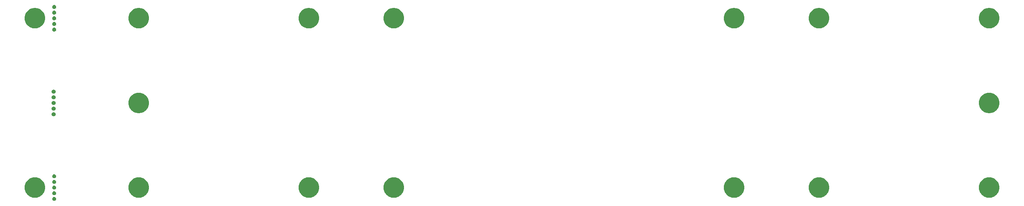
<source format=gbr>
G04 #@! TF.GenerationSoftware,KiCad,Pcbnew,(5.1.4-0)*
G04 #@! TF.CreationDate,2021-05-08T11:23:34-05:00*
G04 #@! TF.ProjectId,ori_top_plate,6f72695f-746f-4705-9f70-6c6174652e6b,rev?*
G04 #@! TF.SameCoordinates,Original*
G04 #@! TF.FileFunction,Soldermask,Top*
G04 #@! TF.FilePolarity,Negative*
%FSLAX46Y46*%
G04 Gerber Fmt 4.6, Leading zero omitted, Abs format (unit mm)*
G04 Created by KiCad (PCBNEW (5.1.4-0)) date 2021-05-08 11:23:34*
%MOMM*%
%LPD*%
G04 APERTURE LIST*
%ADD10C,0.100000*%
G04 APERTURE END LIST*
D10*
G36*
X131355714Y-101292389D02*
G01*
X131436645Y-101325912D01*
X131509480Y-101374579D01*
X131571421Y-101436520D01*
X131620088Y-101509355D01*
X131653611Y-101590286D01*
X131670700Y-101676201D01*
X131670700Y-101763799D01*
X131653611Y-101849714D01*
X131620088Y-101930645D01*
X131571421Y-102003480D01*
X131509480Y-102065421D01*
X131436645Y-102114088D01*
X131436644Y-102114089D01*
X131436643Y-102114089D01*
X131355714Y-102147611D01*
X131269801Y-102164700D01*
X131182199Y-102164700D01*
X131096286Y-102147611D01*
X131015357Y-102114089D01*
X131015356Y-102114089D01*
X131015355Y-102114088D01*
X130942520Y-102065421D01*
X130880579Y-102003480D01*
X130831912Y-101930645D01*
X130798389Y-101849714D01*
X130781300Y-101763799D01*
X130781300Y-101676201D01*
X130798389Y-101590286D01*
X130831912Y-101509355D01*
X130880579Y-101436520D01*
X130942520Y-101374579D01*
X131015355Y-101325912D01*
X131096286Y-101292389D01*
X131182199Y-101275300D01*
X131269801Y-101275300D01*
X131355714Y-101292389D01*
X131355714Y-101292389D01*
G37*
G36*
X302548903Y-96923213D02*
G01*
X302771177Y-96967426D01*
X303189932Y-97140880D01*
X303566802Y-97392696D01*
X303887304Y-97713198D01*
X304139120Y-98090068D01*
X304312574Y-98508823D01*
X304401000Y-98953371D01*
X304401000Y-99406629D01*
X304312574Y-99851177D01*
X304139120Y-100269932D01*
X303887304Y-100646802D01*
X303566802Y-100967304D01*
X303189932Y-101219120D01*
X302771177Y-101392574D01*
X302550245Y-101436520D01*
X302326630Y-101481000D01*
X301873370Y-101481000D01*
X301649755Y-101436520D01*
X301428823Y-101392574D01*
X301010068Y-101219120D01*
X300633198Y-100967304D01*
X300312696Y-100646802D01*
X300060880Y-100269932D01*
X299887426Y-99851177D01*
X299799000Y-99406629D01*
X299799000Y-98953371D01*
X299887426Y-98508823D01*
X300060880Y-98090068D01*
X300312696Y-97713198D01*
X300633198Y-97392696D01*
X301010068Y-97140880D01*
X301428823Y-96967426D01*
X301651097Y-96923213D01*
X301873370Y-96879000D01*
X302326630Y-96879000D01*
X302548903Y-96923213D01*
X302548903Y-96923213D01*
G37*
G36*
X283548903Y-96923213D02*
G01*
X283771177Y-96967426D01*
X284189932Y-97140880D01*
X284566802Y-97392696D01*
X284887304Y-97713198D01*
X285139120Y-98090068D01*
X285312574Y-98508823D01*
X285401000Y-98953371D01*
X285401000Y-99406629D01*
X285312574Y-99851177D01*
X285139120Y-100269932D01*
X284887304Y-100646802D01*
X284566802Y-100967304D01*
X284189932Y-101219120D01*
X283771177Y-101392574D01*
X283550245Y-101436520D01*
X283326630Y-101481000D01*
X282873370Y-101481000D01*
X282649755Y-101436520D01*
X282428823Y-101392574D01*
X282010068Y-101219120D01*
X281633198Y-100967304D01*
X281312696Y-100646802D01*
X281060880Y-100269932D01*
X280887426Y-99851177D01*
X280799000Y-99406629D01*
X280799000Y-98953371D01*
X280887426Y-98508823D01*
X281060880Y-98090068D01*
X281312696Y-97713198D01*
X281633198Y-97392696D01*
X282010068Y-97140880D01*
X282428823Y-96967426D01*
X282651097Y-96923213D01*
X282873370Y-96879000D01*
X283326630Y-96879000D01*
X283548903Y-96923213D01*
X283548903Y-96923213D01*
G37*
G36*
X207548903Y-96923213D02*
G01*
X207771177Y-96967426D01*
X208189932Y-97140880D01*
X208566802Y-97392696D01*
X208887304Y-97713198D01*
X209139120Y-98090068D01*
X209312574Y-98508823D01*
X209401000Y-98953371D01*
X209401000Y-99406629D01*
X209312574Y-99851177D01*
X209139120Y-100269932D01*
X208887304Y-100646802D01*
X208566802Y-100967304D01*
X208189932Y-101219120D01*
X207771177Y-101392574D01*
X207550245Y-101436520D01*
X207326630Y-101481000D01*
X206873370Y-101481000D01*
X206649755Y-101436520D01*
X206428823Y-101392574D01*
X206010068Y-101219120D01*
X205633198Y-100967304D01*
X205312696Y-100646802D01*
X205060880Y-100269932D01*
X204887426Y-99851177D01*
X204799000Y-99406629D01*
X204799000Y-98953371D01*
X204887426Y-98508823D01*
X205060880Y-98090068D01*
X205312696Y-97713198D01*
X205633198Y-97392696D01*
X206010068Y-97140880D01*
X206428823Y-96967426D01*
X206651097Y-96923213D01*
X206873370Y-96879000D01*
X207326630Y-96879000D01*
X207548903Y-96923213D01*
X207548903Y-96923213D01*
G37*
G36*
X188548903Y-96923213D02*
G01*
X188771177Y-96967426D01*
X189189932Y-97140880D01*
X189566802Y-97392696D01*
X189887304Y-97713198D01*
X190139120Y-98090068D01*
X190312574Y-98508823D01*
X190401000Y-98953371D01*
X190401000Y-99406629D01*
X190312574Y-99851177D01*
X190139120Y-100269932D01*
X189887304Y-100646802D01*
X189566802Y-100967304D01*
X189189932Y-101219120D01*
X188771177Y-101392574D01*
X188550245Y-101436520D01*
X188326630Y-101481000D01*
X187873370Y-101481000D01*
X187649755Y-101436520D01*
X187428823Y-101392574D01*
X187010068Y-101219120D01*
X186633198Y-100967304D01*
X186312696Y-100646802D01*
X186060880Y-100269932D01*
X185887426Y-99851177D01*
X185799000Y-99406629D01*
X185799000Y-98953371D01*
X185887426Y-98508823D01*
X186060880Y-98090068D01*
X186312696Y-97713198D01*
X186633198Y-97392696D01*
X187010068Y-97140880D01*
X187428823Y-96967426D01*
X187651097Y-96923213D01*
X187873370Y-96879000D01*
X188326630Y-96879000D01*
X188548903Y-96923213D01*
X188548903Y-96923213D01*
G37*
G36*
X150548903Y-96923213D02*
G01*
X150771177Y-96967426D01*
X151189932Y-97140880D01*
X151566802Y-97392696D01*
X151887304Y-97713198D01*
X152139120Y-98090068D01*
X152312574Y-98508823D01*
X152401000Y-98953371D01*
X152401000Y-99406629D01*
X152312574Y-99851177D01*
X152139120Y-100269932D01*
X151887304Y-100646802D01*
X151566802Y-100967304D01*
X151189932Y-101219120D01*
X150771177Y-101392574D01*
X150550245Y-101436520D01*
X150326630Y-101481000D01*
X149873370Y-101481000D01*
X149649755Y-101436520D01*
X149428823Y-101392574D01*
X149010068Y-101219120D01*
X148633198Y-100967304D01*
X148312696Y-100646802D01*
X148060880Y-100269932D01*
X147887426Y-99851177D01*
X147799000Y-99406629D01*
X147799000Y-98953371D01*
X147887426Y-98508823D01*
X148060880Y-98090068D01*
X148312696Y-97713198D01*
X148633198Y-97392696D01*
X149010068Y-97140880D01*
X149428823Y-96967426D01*
X149651097Y-96923213D01*
X149873370Y-96879000D01*
X150326630Y-96879000D01*
X150548903Y-96923213D01*
X150548903Y-96923213D01*
G37*
G36*
X127368569Y-96923213D02*
G01*
X127590843Y-96967426D01*
X128009598Y-97140880D01*
X128386468Y-97392696D01*
X128706970Y-97713198D01*
X128958786Y-98090068D01*
X129132240Y-98508823D01*
X129220666Y-98953371D01*
X129220666Y-99406629D01*
X129132240Y-99851177D01*
X128958786Y-100269932D01*
X128706970Y-100646802D01*
X128386468Y-100967304D01*
X128009598Y-101219120D01*
X127590843Y-101392574D01*
X127369911Y-101436520D01*
X127146296Y-101481000D01*
X126693036Y-101481000D01*
X126469421Y-101436520D01*
X126248489Y-101392574D01*
X125829734Y-101219120D01*
X125452864Y-100967304D01*
X125132362Y-100646802D01*
X124880546Y-100269932D01*
X124707092Y-99851177D01*
X124618666Y-99406629D01*
X124618666Y-98953371D01*
X124707092Y-98508823D01*
X124880546Y-98090068D01*
X125132362Y-97713198D01*
X125452864Y-97392696D01*
X125829734Y-97140880D01*
X126248489Y-96967426D01*
X126470763Y-96923213D01*
X126693036Y-96879000D01*
X127146296Y-96879000D01*
X127368569Y-96923213D01*
X127368569Y-96923213D01*
G37*
G36*
X340548903Y-96923213D02*
G01*
X340771177Y-96967426D01*
X341189932Y-97140880D01*
X341566802Y-97392696D01*
X341887304Y-97713198D01*
X342139120Y-98090068D01*
X342312574Y-98508823D01*
X342401000Y-98953371D01*
X342401000Y-99406629D01*
X342312574Y-99851177D01*
X342139120Y-100269932D01*
X341887304Y-100646802D01*
X341566802Y-100967304D01*
X341189932Y-101219120D01*
X340771177Y-101392574D01*
X340550245Y-101436520D01*
X340326630Y-101481000D01*
X339873370Y-101481000D01*
X339649755Y-101436520D01*
X339428823Y-101392574D01*
X339010068Y-101219120D01*
X338633198Y-100967304D01*
X338312696Y-100646802D01*
X338060880Y-100269932D01*
X337887426Y-99851177D01*
X337799000Y-99406629D01*
X337799000Y-98953371D01*
X337887426Y-98508823D01*
X338060880Y-98090068D01*
X338312696Y-97713198D01*
X338633198Y-97392696D01*
X339010068Y-97140880D01*
X339428823Y-96967426D01*
X339651097Y-96923213D01*
X339873370Y-96879000D01*
X340326630Y-96879000D01*
X340548903Y-96923213D01*
X340548903Y-96923213D01*
G37*
G36*
X131355714Y-100022389D02*
G01*
X131436645Y-100055912D01*
X131509480Y-100104579D01*
X131571421Y-100166520D01*
X131571422Y-100166522D01*
X131620089Y-100239357D01*
X131653611Y-100320286D01*
X131670700Y-100406199D01*
X131670700Y-100493801D01*
X131653611Y-100579714D01*
X131625823Y-100646801D01*
X131620088Y-100660645D01*
X131571421Y-100733480D01*
X131509480Y-100795421D01*
X131436645Y-100844088D01*
X131436644Y-100844089D01*
X131436643Y-100844089D01*
X131355714Y-100877611D01*
X131269801Y-100894700D01*
X131182199Y-100894700D01*
X131096286Y-100877611D01*
X131015357Y-100844089D01*
X131015356Y-100844089D01*
X131015355Y-100844088D01*
X130942520Y-100795421D01*
X130880579Y-100733480D01*
X130831912Y-100660645D01*
X130826178Y-100646801D01*
X130798389Y-100579714D01*
X130781300Y-100493801D01*
X130781300Y-100406199D01*
X130798389Y-100320286D01*
X130831911Y-100239357D01*
X130880578Y-100166522D01*
X130880579Y-100166520D01*
X130942520Y-100104579D01*
X131015355Y-100055912D01*
X131096286Y-100022389D01*
X131182199Y-100005300D01*
X131269801Y-100005300D01*
X131355714Y-100022389D01*
X131355714Y-100022389D01*
G37*
G36*
X131355714Y-98752389D02*
G01*
X131436645Y-98785912D01*
X131509480Y-98834579D01*
X131571421Y-98896520D01*
X131620088Y-98969355D01*
X131653611Y-99050286D01*
X131670700Y-99136201D01*
X131670700Y-99223799D01*
X131653611Y-99309714D01*
X131620088Y-99390645D01*
X131571421Y-99463480D01*
X131509480Y-99525421D01*
X131436645Y-99574088D01*
X131436644Y-99574089D01*
X131436643Y-99574089D01*
X131355714Y-99607611D01*
X131269801Y-99624700D01*
X131182199Y-99624700D01*
X131096286Y-99607611D01*
X131015357Y-99574089D01*
X131015356Y-99574089D01*
X131015355Y-99574088D01*
X130942520Y-99525421D01*
X130880579Y-99463480D01*
X130831912Y-99390645D01*
X130798389Y-99309714D01*
X130781300Y-99223799D01*
X130781300Y-99136201D01*
X130798389Y-99050286D01*
X130831912Y-98969355D01*
X130880579Y-98896520D01*
X130942520Y-98834579D01*
X131015355Y-98785912D01*
X131096286Y-98752389D01*
X131182199Y-98735300D01*
X131269801Y-98735300D01*
X131355714Y-98752389D01*
X131355714Y-98752389D01*
G37*
G36*
X131355714Y-97482389D02*
G01*
X131436645Y-97515912D01*
X131509480Y-97564579D01*
X131571421Y-97626520D01*
X131571422Y-97626522D01*
X131620089Y-97699357D01*
X131653611Y-97780286D01*
X131670700Y-97866201D01*
X131670700Y-97953799D01*
X131653611Y-98039714D01*
X131620088Y-98120645D01*
X131571421Y-98193480D01*
X131509480Y-98255421D01*
X131436645Y-98304088D01*
X131436644Y-98304089D01*
X131436643Y-98304089D01*
X131355714Y-98337611D01*
X131269801Y-98354700D01*
X131182199Y-98354700D01*
X131096286Y-98337611D01*
X131015357Y-98304089D01*
X131015356Y-98304089D01*
X131015355Y-98304088D01*
X130942520Y-98255421D01*
X130880579Y-98193480D01*
X130831912Y-98120645D01*
X130798389Y-98039714D01*
X130781300Y-97953799D01*
X130781300Y-97866201D01*
X130798389Y-97780286D01*
X130831911Y-97699357D01*
X130880578Y-97626522D01*
X130880579Y-97626520D01*
X130942520Y-97564579D01*
X131015355Y-97515912D01*
X131096286Y-97482389D01*
X131182199Y-97465300D01*
X131269801Y-97465300D01*
X131355714Y-97482389D01*
X131355714Y-97482389D01*
G37*
G36*
X131355714Y-96212389D02*
G01*
X131436645Y-96245912D01*
X131509480Y-96294579D01*
X131571421Y-96356520D01*
X131620088Y-96429355D01*
X131653611Y-96510286D01*
X131670700Y-96596201D01*
X131670700Y-96683799D01*
X131653611Y-96769714D01*
X131620088Y-96850645D01*
X131571421Y-96923480D01*
X131509480Y-96985421D01*
X131436645Y-97034088D01*
X131436644Y-97034089D01*
X131436643Y-97034089D01*
X131355714Y-97067611D01*
X131269801Y-97084700D01*
X131182199Y-97084700D01*
X131096286Y-97067611D01*
X131015357Y-97034089D01*
X131015356Y-97034089D01*
X131015355Y-97034088D01*
X130942520Y-96985421D01*
X130880579Y-96923480D01*
X130831912Y-96850645D01*
X130798389Y-96769714D01*
X130781300Y-96683799D01*
X130781300Y-96596201D01*
X130798389Y-96510286D01*
X130831912Y-96429355D01*
X130880579Y-96356520D01*
X130942520Y-96294579D01*
X131015355Y-96245912D01*
X131096286Y-96212389D01*
X131182199Y-96195300D01*
X131269801Y-96195300D01*
X131355714Y-96212389D01*
X131355714Y-96212389D01*
G37*
G36*
X131229714Y-82292389D02*
G01*
X131310645Y-82325912D01*
X131383480Y-82374579D01*
X131445421Y-82436520D01*
X131494088Y-82509355D01*
X131527611Y-82590286D01*
X131544700Y-82676201D01*
X131544700Y-82763799D01*
X131527611Y-82849714D01*
X131494088Y-82930645D01*
X131445421Y-83003480D01*
X131383480Y-83065421D01*
X131310645Y-83114088D01*
X131310644Y-83114089D01*
X131310643Y-83114089D01*
X131229714Y-83147611D01*
X131143801Y-83164700D01*
X131056199Y-83164700D01*
X130970286Y-83147611D01*
X130889357Y-83114089D01*
X130889356Y-83114089D01*
X130889355Y-83114088D01*
X130816520Y-83065421D01*
X130754579Y-83003480D01*
X130705912Y-82930645D01*
X130672389Y-82849714D01*
X130655300Y-82763799D01*
X130655300Y-82676201D01*
X130672389Y-82590286D01*
X130705912Y-82509355D01*
X130754579Y-82436520D01*
X130816520Y-82374579D01*
X130889355Y-82325912D01*
X130970286Y-82292389D01*
X131056199Y-82275300D01*
X131143801Y-82275300D01*
X131229714Y-82292389D01*
X131229714Y-82292389D01*
G37*
G36*
X150548903Y-77923213D02*
G01*
X150771177Y-77967426D01*
X151189932Y-78140880D01*
X151566802Y-78392696D01*
X151887304Y-78713198D01*
X152139120Y-79090068D01*
X152312574Y-79508823D01*
X152401000Y-79953371D01*
X152401000Y-80406629D01*
X152312574Y-80851177D01*
X152139120Y-81269932D01*
X151887304Y-81646802D01*
X151566802Y-81967304D01*
X151189932Y-82219120D01*
X150771177Y-82392574D01*
X150550245Y-82436520D01*
X150326630Y-82481000D01*
X149873370Y-82481000D01*
X149649755Y-82436520D01*
X149428823Y-82392574D01*
X149010068Y-82219120D01*
X148633198Y-81967304D01*
X148312696Y-81646802D01*
X148060880Y-81269932D01*
X147887426Y-80851177D01*
X147799000Y-80406629D01*
X147799000Y-79953371D01*
X147887426Y-79508823D01*
X148060880Y-79090068D01*
X148312696Y-78713198D01*
X148633198Y-78392696D01*
X149010068Y-78140880D01*
X149428823Y-77967426D01*
X149651097Y-77923213D01*
X149873370Y-77879000D01*
X150326630Y-77879000D01*
X150548903Y-77923213D01*
X150548903Y-77923213D01*
G37*
G36*
X340548903Y-77923213D02*
G01*
X340771177Y-77967426D01*
X341189932Y-78140880D01*
X341566802Y-78392696D01*
X341887304Y-78713198D01*
X342139120Y-79090068D01*
X342312574Y-79508823D01*
X342401000Y-79953371D01*
X342401000Y-80406629D01*
X342312574Y-80851177D01*
X342139120Y-81269932D01*
X341887304Y-81646802D01*
X341566802Y-81967304D01*
X341189932Y-82219120D01*
X340771177Y-82392574D01*
X340550245Y-82436520D01*
X340326630Y-82481000D01*
X339873370Y-82481000D01*
X339649755Y-82436520D01*
X339428823Y-82392574D01*
X339010068Y-82219120D01*
X338633198Y-81967304D01*
X338312696Y-81646802D01*
X338060880Y-81269932D01*
X337887426Y-80851177D01*
X337799000Y-80406629D01*
X337799000Y-79953371D01*
X337887426Y-79508823D01*
X338060880Y-79090068D01*
X338312696Y-78713198D01*
X338633198Y-78392696D01*
X339010068Y-78140880D01*
X339428823Y-77967426D01*
X339651097Y-77923213D01*
X339873370Y-77879000D01*
X340326630Y-77879000D01*
X340548903Y-77923213D01*
X340548903Y-77923213D01*
G37*
G36*
X131229714Y-81022389D02*
G01*
X131310645Y-81055912D01*
X131383480Y-81104579D01*
X131445421Y-81166520D01*
X131445422Y-81166522D01*
X131494089Y-81239357D01*
X131527611Y-81320286D01*
X131544700Y-81406199D01*
X131544700Y-81493801D01*
X131527611Y-81579714D01*
X131499823Y-81646801D01*
X131494088Y-81660645D01*
X131445421Y-81733480D01*
X131383480Y-81795421D01*
X131310645Y-81844088D01*
X131310644Y-81844089D01*
X131310643Y-81844089D01*
X131229714Y-81877611D01*
X131143801Y-81894700D01*
X131056199Y-81894700D01*
X130970286Y-81877611D01*
X130889357Y-81844089D01*
X130889356Y-81844089D01*
X130889355Y-81844088D01*
X130816520Y-81795421D01*
X130754579Y-81733480D01*
X130705912Y-81660645D01*
X130700178Y-81646801D01*
X130672389Y-81579714D01*
X130655300Y-81493801D01*
X130655300Y-81406199D01*
X130672389Y-81320286D01*
X130705911Y-81239357D01*
X130754578Y-81166522D01*
X130754579Y-81166520D01*
X130816520Y-81104579D01*
X130889355Y-81055912D01*
X130970286Y-81022389D01*
X131056199Y-81005300D01*
X131143801Y-81005300D01*
X131229714Y-81022389D01*
X131229714Y-81022389D01*
G37*
G36*
X131229714Y-79752389D02*
G01*
X131310645Y-79785912D01*
X131383480Y-79834579D01*
X131445421Y-79896520D01*
X131494088Y-79969355D01*
X131527611Y-80050286D01*
X131544700Y-80136201D01*
X131544700Y-80223799D01*
X131527611Y-80309714D01*
X131494088Y-80390645D01*
X131445421Y-80463480D01*
X131383480Y-80525421D01*
X131310645Y-80574088D01*
X131310644Y-80574089D01*
X131310643Y-80574089D01*
X131229714Y-80607611D01*
X131143801Y-80624700D01*
X131056199Y-80624700D01*
X130970286Y-80607611D01*
X130889357Y-80574089D01*
X130889356Y-80574089D01*
X130889355Y-80574088D01*
X130816520Y-80525421D01*
X130754579Y-80463480D01*
X130705912Y-80390645D01*
X130672389Y-80309714D01*
X130655300Y-80223799D01*
X130655300Y-80136201D01*
X130672389Y-80050286D01*
X130705912Y-79969355D01*
X130754579Y-79896520D01*
X130816520Y-79834579D01*
X130889355Y-79785912D01*
X130970286Y-79752389D01*
X131056199Y-79735300D01*
X131143801Y-79735300D01*
X131229714Y-79752389D01*
X131229714Y-79752389D01*
G37*
G36*
X131229714Y-78482389D02*
G01*
X131310645Y-78515912D01*
X131383480Y-78564579D01*
X131445421Y-78626520D01*
X131445422Y-78626522D01*
X131494089Y-78699357D01*
X131527611Y-78780286D01*
X131544700Y-78866201D01*
X131544700Y-78953799D01*
X131527611Y-79039714D01*
X131494088Y-79120645D01*
X131445421Y-79193480D01*
X131383480Y-79255421D01*
X131310645Y-79304088D01*
X131310644Y-79304089D01*
X131310643Y-79304089D01*
X131229714Y-79337611D01*
X131143801Y-79354700D01*
X131056199Y-79354700D01*
X130970286Y-79337611D01*
X130889357Y-79304089D01*
X130889356Y-79304089D01*
X130889355Y-79304088D01*
X130816520Y-79255421D01*
X130754579Y-79193480D01*
X130705912Y-79120645D01*
X130672389Y-79039714D01*
X130655300Y-78953799D01*
X130655300Y-78866201D01*
X130672389Y-78780286D01*
X130705911Y-78699357D01*
X130754578Y-78626522D01*
X130754579Y-78626520D01*
X130816520Y-78564579D01*
X130889355Y-78515912D01*
X130970286Y-78482389D01*
X131056199Y-78465300D01*
X131143801Y-78465300D01*
X131229714Y-78482389D01*
X131229714Y-78482389D01*
G37*
G36*
X131229714Y-77212389D02*
G01*
X131310645Y-77245912D01*
X131383480Y-77294579D01*
X131445421Y-77356520D01*
X131494088Y-77429355D01*
X131527611Y-77510286D01*
X131544700Y-77596201D01*
X131544700Y-77683799D01*
X131527611Y-77769714D01*
X131494088Y-77850645D01*
X131445421Y-77923480D01*
X131383480Y-77985421D01*
X131310645Y-78034088D01*
X131310644Y-78034089D01*
X131310643Y-78034089D01*
X131229714Y-78067611D01*
X131143801Y-78084700D01*
X131056199Y-78084700D01*
X130970286Y-78067611D01*
X130889357Y-78034089D01*
X130889356Y-78034089D01*
X130889355Y-78034088D01*
X130816520Y-77985421D01*
X130754579Y-77923480D01*
X130705912Y-77850645D01*
X130672389Y-77769714D01*
X130655300Y-77683799D01*
X130655300Y-77596201D01*
X130672389Y-77510286D01*
X130705912Y-77429355D01*
X130754579Y-77356520D01*
X130816520Y-77294579D01*
X130889355Y-77245912D01*
X130970286Y-77212389D01*
X131056199Y-77195300D01*
X131143801Y-77195300D01*
X131229714Y-77212389D01*
X131229714Y-77212389D01*
G37*
G36*
X131355714Y-63292389D02*
G01*
X131436645Y-63325912D01*
X131509480Y-63374579D01*
X131571421Y-63436520D01*
X131620088Y-63509355D01*
X131653611Y-63590286D01*
X131670700Y-63676201D01*
X131670700Y-63763799D01*
X131653611Y-63849714D01*
X131620088Y-63930645D01*
X131571421Y-64003480D01*
X131509480Y-64065421D01*
X131436645Y-64114088D01*
X131436644Y-64114089D01*
X131436643Y-64114089D01*
X131355714Y-64147611D01*
X131269801Y-64164700D01*
X131182199Y-64164700D01*
X131096286Y-64147611D01*
X131015357Y-64114089D01*
X131015356Y-64114089D01*
X131015355Y-64114088D01*
X130942520Y-64065421D01*
X130880579Y-64003480D01*
X130831912Y-63930645D01*
X130798389Y-63849714D01*
X130781300Y-63763799D01*
X130781300Y-63676201D01*
X130798389Y-63590286D01*
X130831912Y-63509355D01*
X130880579Y-63436520D01*
X130942520Y-63374579D01*
X131015355Y-63325912D01*
X131096286Y-63292389D01*
X131182199Y-63275300D01*
X131269801Y-63275300D01*
X131355714Y-63292389D01*
X131355714Y-63292389D01*
G37*
G36*
X150548903Y-58923213D02*
G01*
X150771177Y-58967426D01*
X151189932Y-59140880D01*
X151566802Y-59392696D01*
X151887304Y-59713198D01*
X152139120Y-60090068D01*
X152312574Y-60508823D01*
X152401000Y-60953371D01*
X152401000Y-61406629D01*
X152312574Y-61851177D01*
X152139120Y-62269932D01*
X151887304Y-62646802D01*
X151566802Y-62967304D01*
X151189932Y-63219120D01*
X150771177Y-63392574D01*
X150550245Y-63436520D01*
X150326630Y-63481000D01*
X149873370Y-63481000D01*
X149649755Y-63436520D01*
X149428823Y-63392574D01*
X149010068Y-63219120D01*
X148633198Y-62967304D01*
X148312696Y-62646802D01*
X148060880Y-62269932D01*
X147887426Y-61851177D01*
X147799000Y-61406629D01*
X147799000Y-60953371D01*
X147887426Y-60508823D01*
X148060880Y-60090068D01*
X148312696Y-59713198D01*
X148633198Y-59392696D01*
X149010068Y-59140880D01*
X149428823Y-58967426D01*
X149651097Y-58923213D01*
X149873370Y-58879000D01*
X150326630Y-58879000D01*
X150548903Y-58923213D01*
X150548903Y-58923213D01*
G37*
G36*
X188548903Y-58923213D02*
G01*
X188771177Y-58967426D01*
X189189932Y-59140880D01*
X189566802Y-59392696D01*
X189887304Y-59713198D01*
X190139120Y-60090068D01*
X190312574Y-60508823D01*
X190401000Y-60953371D01*
X190401000Y-61406629D01*
X190312574Y-61851177D01*
X190139120Y-62269932D01*
X189887304Y-62646802D01*
X189566802Y-62967304D01*
X189189932Y-63219120D01*
X188771177Y-63392574D01*
X188550245Y-63436520D01*
X188326630Y-63481000D01*
X187873370Y-63481000D01*
X187649755Y-63436520D01*
X187428823Y-63392574D01*
X187010068Y-63219120D01*
X186633198Y-62967304D01*
X186312696Y-62646802D01*
X186060880Y-62269932D01*
X185887426Y-61851177D01*
X185799000Y-61406629D01*
X185799000Y-60953371D01*
X185887426Y-60508823D01*
X186060880Y-60090068D01*
X186312696Y-59713198D01*
X186633198Y-59392696D01*
X187010068Y-59140880D01*
X187428823Y-58967426D01*
X187651097Y-58923213D01*
X187873370Y-58879000D01*
X188326630Y-58879000D01*
X188548903Y-58923213D01*
X188548903Y-58923213D01*
G37*
G36*
X302548903Y-58923213D02*
G01*
X302771177Y-58967426D01*
X303189932Y-59140880D01*
X303566802Y-59392696D01*
X303887304Y-59713198D01*
X304139120Y-60090068D01*
X304312574Y-60508823D01*
X304401000Y-60953371D01*
X304401000Y-61406629D01*
X304312574Y-61851177D01*
X304139120Y-62269932D01*
X303887304Y-62646802D01*
X303566802Y-62967304D01*
X303189932Y-63219120D01*
X302771177Y-63392574D01*
X302550245Y-63436520D01*
X302326630Y-63481000D01*
X301873370Y-63481000D01*
X301649755Y-63436520D01*
X301428823Y-63392574D01*
X301010068Y-63219120D01*
X300633198Y-62967304D01*
X300312696Y-62646802D01*
X300060880Y-62269932D01*
X299887426Y-61851177D01*
X299799000Y-61406629D01*
X299799000Y-60953371D01*
X299887426Y-60508823D01*
X300060880Y-60090068D01*
X300312696Y-59713198D01*
X300633198Y-59392696D01*
X301010068Y-59140880D01*
X301428823Y-58967426D01*
X301651097Y-58923213D01*
X301873370Y-58879000D01*
X302326630Y-58879000D01*
X302548903Y-58923213D01*
X302548903Y-58923213D01*
G37*
G36*
X207548903Y-58923213D02*
G01*
X207771177Y-58967426D01*
X208189932Y-59140880D01*
X208566802Y-59392696D01*
X208887304Y-59713198D01*
X209139120Y-60090068D01*
X209312574Y-60508823D01*
X209401000Y-60953371D01*
X209401000Y-61406629D01*
X209312574Y-61851177D01*
X209139120Y-62269932D01*
X208887304Y-62646802D01*
X208566802Y-62967304D01*
X208189932Y-63219120D01*
X207771177Y-63392574D01*
X207550245Y-63436520D01*
X207326630Y-63481000D01*
X206873370Y-63481000D01*
X206649755Y-63436520D01*
X206428823Y-63392574D01*
X206010068Y-63219120D01*
X205633198Y-62967304D01*
X205312696Y-62646802D01*
X205060880Y-62269932D01*
X204887426Y-61851177D01*
X204799000Y-61406629D01*
X204799000Y-60953371D01*
X204887426Y-60508823D01*
X205060880Y-60090068D01*
X205312696Y-59713198D01*
X205633198Y-59392696D01*
X206010068Y-59140880D01*
X206428823Y-58967426D01*
X206651097Y-58923213D01*
X206873370Y-58879000D01*
X207326630Y-58879000D01*
X207548903Y-58923213D01*
X207548903Y-58923213D01*
G37*
G36*
X283548903Y-58923213D02*
G01*
X283771177Y-58967426D01*
X284189932Y-59140880D01*
X284566802Y-59392696D01*
X284887304Y-59713198D01*
X285139120Y-60090068D01*
X285312574Y-60508823D01*
X285401000Y-60953371D01*
X285401000Y-61406629D01*
X285312574Y-61851177D01*
X285139120Y-62269932D01*
X284887304Y-62646802D01*
X284566802Y-62967304D01*
X284189932Y-63219120D01*
X283771177Y-63392574D01*
X283550245Y-63436520D01*
X283326630Y-63481000D01*
X282873370Y-63481000D01*
X282649755Y-63436520D01*
X282428823Y-63392574D01*
X282010068Y-63219120D01*
X281633198Y-62967304D01*
X281312696Y-62646802D01*
X281060880Y-62269932D01*
X280887426Y-61851177D01*
X280799000Y-61406629D01*
X280799000Y-60953371D01*
X280887426Y-60508823D01*
X281060880Y-60090068D01*
X281312696Y-59713198D01*
X281633198Y-59392696D01*
X282010068Y-59140880D01*
X282428823Y-58967426D01*
X282651097Y-58923213D01*
X282873370Y-58879000D01*
X283326630Y-58879000D01*
X283548903Y-58923213D01*
X283548903Y-58923213D01*
G37*
G36*
X340548903Y-58923213D02*
G01*
X340771177Y-58967426D01*
X341189932Y-59140880D01*
X341566802Y-59392696D01*
X341887304Y-59713198D01*
X342139120Y-60090068D01*
X342312574Y-60508823D01*
X342401000Y-60953371D01*
X342401000Y-61406629D01*
X342312574Y-61851177D01*
X342139120Y-62269932D01*
X341887304Y-62646802D01*
X341566802Y-62967304D01*
X341189932Y-63219120D01*
X340771177Y-63392574D01*
X340550245Y-63436520D01*
X340326630Y-63481000D01*
X339873370Y-63481000D01*
X339649755Y-63436520D01*
X339428823Y-63392574D01*
X339010068Y-63219120D01*
X338633198Y-62967304D01*
X338312696Y-62646802D01*
X338060880Y-62269932D01*
X337887426Y-61851177D01*
X337799000Y-61406629D01*
X337799000Y-60953371D01*
X337887426Y-60508823D01*
X338060880Y-60090068D01*
X338312696Y-59713198D01*
X338633198Y-59392696D01*
X339010068Y-59140880D01*
X339428823Y-58967426D01*
X339651097Y-58923213D01*
X339873370Y-58879000D01*
X340326630Y-58879000D01*
X340548903Y-58923213D01*
X340548903Y-58923213D01*
G37*
G36*
X127368569Y-58923052D02*
G01*
X127590843Y-58967265D01*
X128009598Y-59140719D01*
X128386468Y-59392535D01*
X128706970Y-59713037D01*
X128958786Y-60089907D01*
X129132240Y-60508662D01*
X129220666Y-60953210D01*
X129220666Y-61406468D01*
X129132240Y-61851016D01*
X128958786Y-62269771D01*
X128706970Y-62646641D01*
X128386468Y-62967143D01*
X128009598Y-63218959D01*
X127590843Y-63392413D01*
X127369102Y-63436520D01*
X127146296Y-63480839D01*
X126693036Y-63480839D01*
X126470230Y-63436520D01*
X126248489Y-63392413D01*
X125829734Y-63218959D01*
X125452864Y-62967143D01*
X125132362Y-62646641D01*
X124880546Y-62269771D01*
X124707092Y-61851016D01*
X124618666Y-61406468D01*
X124618666Y-60953210D01*
X124707092Y-60508662D01*
X124880546Y-60089907D01*
X125132362Y-59713037D01*
X125452864Y-59392535D01*
X125829734Y-59140719D01*
X126248489Y-58967265D01*
X126470763Y-58923052D01*
X126693036Y-58878839D01*
X127146296Y-58878839D01*
X127368569Y-58923052D01*
X127368569Y-58923052D01*
G37*
G36*
X131355714Y-62022389D02*
G01*
X131436645Y-62055912D01*
X131509480Y-62104579D01*
X131571421Y-62166520D01*
X131571422Y-62166522D01*
X131620089Y-62239357D01*
X131653611Y-62320286D01*
X131670700Y-62406199D01*
X131670700Y-62493801D01*
X131653611Y-62579714D01*
X131625823Y-62646801D01*
X131620088Y-62660645D01*
X131571421Y-62733480D01*
X131509480Y-62795421D01*
X131436645Y-62844088D01*
X131436644Y-62844089D01*
X131436643Y-62844089D01*
X131355714Y-62877611D01*
X131269801Y-62894700D01*
X131182199Y-62894700D01*
X131096286Y-62877611D01*
X131015357Y-62844089D01*
X131015356Y-62844089D01*
X131015355Y-62844088D01*
X130942520Y-62795421D01*
X130880579Y-62733480D01*
X130831912Y-62660645D01*
X130826178Y-62646801D01*
X130798389Y-62579714D01*
X130781300Y-62493801D01*
X130781300Y-62406199D01*
X130798389Y-62320286D01*
X130831911Y-62239357D01*
X130880578Y-62166522D01*
X130880579Y-62166520D01*
X130942520Y-62104579D01*
X131015355Y-62055912D01*
X131096286Y-62022389D01*
X131182199Y-62005300D01*
X131269801Y-62005300D01*
X131355714Y-62022389D01*
X131355714Y-62022389D01*
G37*
G36*
X131355714Y-60752389D02*
G01*
X131436645Y-60785912D01*
X131509480Y-60834579D01*
X131571421Y-60896520D01*
X131620088Y-60969355D01*
X131653611Y-61050286D01*
X131670700Y-61136201D01*
X131670700Y-61223799D01*
X131653611Y-61309714D01*
X131620088Y-61390645D01*
X131571421Y-61463480D01*
X131509480Y-61525421D01*
X131436645Y-61574088D01*
X131436644Y-61574089D01*
X131436643Y-61574089D01*
X131355714Y-61607611D01*
X131269801Y-61624700D01*
X131182199Y-61624700D01*
X131096286Y-61607611D01*
X131015357Y-61574089D01*
X131015356Y-61574089D01*
X131015355Y-61574088D01*
X130942520Y-61525421D01*
X130880579Y-61463480D01*
X130831912Y-61390645D01*
X130798389Y-61309714D01*
X130781300Y-61223799D01*
X130781300Y-61136201D01*
X130798389Y-61050286D01*
X130831912Y-60969355D01*
X130880579Y-60896520D01*
X130942520Y-60834579D01*
X131015355Y-60785912D01*
X131096286Y-60752389D01*
X131182199Y-60735300D01*
X131269801Y-60735300D01*
X131355714Y-60752389D01*
X131355714Y-60752389D01*
G37*
G36*
X131355714Y-59482389D02*
G01*
X131436645Y-59515912D01*
X131509480Y-59564579D01*
X131571421Y-59626520D01*
X131571422Y-59626522D01*
X131620089Y-59699357D01*
X131653611Y-59780286D01*
X131670700Y-59866201D01*
X131670700Y-59953799D01*
X131653611Y-60039714D01*
X131620088Y-60120645D01*
X131571421Y-60193480D01*
X131509480Y-60255421D01*
X131436645Y-60304088D01*
X131436644Y-60304089D01*
X131436643Y-60304089D01*
X131355714Y-60337611D01*
X131269801Y-60354700D01*
X131182199Y-60354700D01*
X131096286Y-60337611D01*
X131015357Y-60304089D01*
X131015356Y-60304089D01*
X131015355Y-60304088D01*
X130942520Y-60255421D01*
X130880579Y-60193480D01*
X130831912Y-60120645D01*
X130798389Y-60039714D01*
X130781300Y-59953799D01*
X130781300Y-59866201D01*
X130798389Y-59780286D01*
X130831911Y-59699357D01*
X130880578Y-59626522D01*
X130880579Y-59626520D01*
X130942520Y-59564579D01*
X131015355Y-59515912D01*
X131096286Y-59482389D01*
X131182199Y-59465300D01*
X131269801Y-59465300D01*
X131355714Y-59482389D01*
X131355714Y-59482389D01*
G37*
G36*
X131355714Y-58212389D02*
G01*
X131436645Y-58245912D01*
X131509480Y-58294579D01*
X131571421Y-58356520D01*
X131620088Y-58429355D01*
X131653611Y-58510286D01*
X131670700Y-58596201D01*
X131670700Y-58683799D01*
X131653611Y-58769714D01*
X131620088Y-58850645D01*
X131571421Y-58923480D01*
X131509480Y-58985421D01*
X131436645Y-59034088D01*
X131436644Y-59034089D01*
X131436643Y-59034089D01*
X131355714Y-59067611D01*
X131269801Y-59084700D01*
X131182199Y-59084700D01*
X131096286Y-59067611D01*
X131015357Y-59034089D01*
X131015356Y-59034089D01*
X131015355Y-59034088D01*
X130942520Y-58985421D01*
X130880579Y-58923480D01*
X130831912Y-58850645D01*
X130798389Y-58769714D01*
X130781300Y-58683799D01*
X130781300Y-58596201D01*
X130798389Y-58510286D01*
X130831912Y-58429355D01*
X130880579Y-58356520D01*
X130942520Y-58294579D01*
X131015355Y-58245912D01*
X131096286Y-58212389D01*
X131182199Y-58195300D01*
X131269801Y-58195300D01*
X131355714Y-58212389D01*
X131355714Y-58212389D01*
G37*
M02*

</source>
